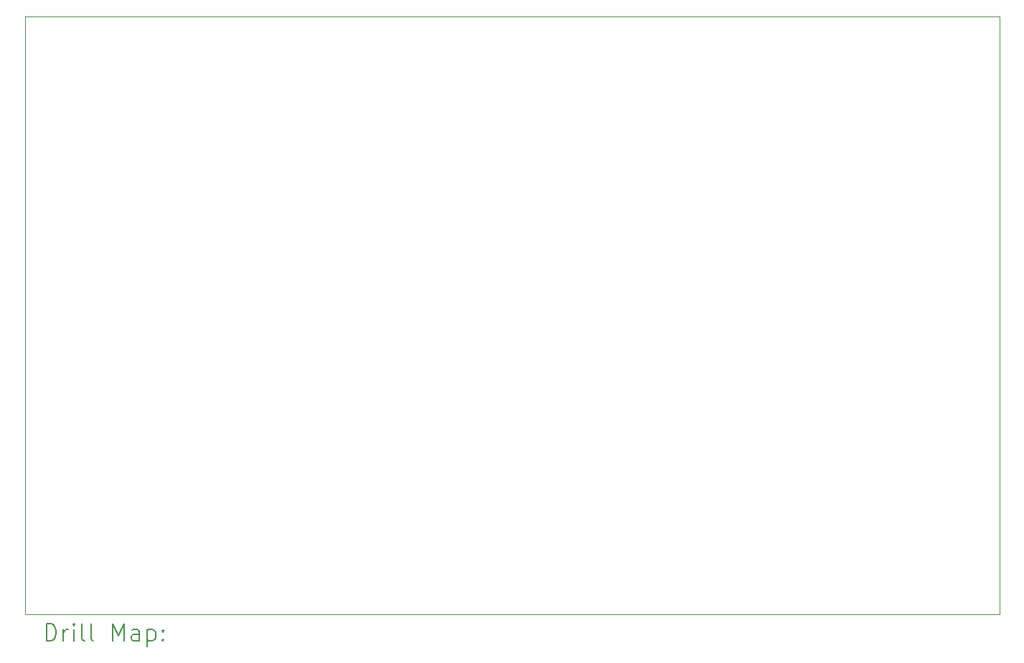
<source format=gbr>
%TF.GenerationSoftware,KiCad,Pcbnew,7.0.6*%
%TF.CreationDate,2023-08-14T12:57:00+02:00*%
%TF.ProjectId,forrasztos,666f7272-6173-47a7-946f-732e6b696361,rev?*%
%TF.SameCoordinates,Original*%
%TF.FileFunction,Drillmap*%
%TF.FilePolarity,Positive*%
%FSLAX45Y45*%
G04 Gerber Fmt 4.5, Leading zero omitted, Abs format (unit mm)*
G04 Created by KiCad (PCBNEW 7.0.6) date 2023-08-14 12:57:00*
%MOMM*%
%LPD*%
G01*
G04 APERTURE LIST*
%ADD10C,0.100000*%
%ADD11C,0.200000*%
G04 APERTURE END LIST*
D10*
X9320000Y-6270000D02*
X20820000Y-6270000D01*
X9320000Y-6270000D02*
X9320000Y-13330000D01*
X20820000Y-13330000D02*
X20820000Y-6270000D01*
X9320000Y-13330000D02*
X20820000Y-13330000D01*
D11*
X9575777Y-13646484D02*
X9575777Y-13446484D01*
X9575777Y-13446484D02*
X9623396Y-13446484D01*
X9623396Y-13446484D02*
X9651967Y-13456008D01*
X9651967Y-13456008D02*
X9671015Y-13475055D01*
X9671015Y-13475055D02*
X9680539Y-13494103D01*
X9680539Y-13494103D02*
X9690063Y-13532198D01*
X9690063Y-13532198D02*
X9690063Y-13560769D01*
X9690063Y-13560769D02*
X9680539Y-13598865D01*
X9680539Y-13598865D02*
X9671015Y-13617912D01*
X9671015Y-13617912D02*
X9651967Y-13636960D01*
X9651967Y-13636960D02*
X9623396Y-13646484D01*
X9623396Y-13646484D02*
X9575777Y-13646484D01*
X9775777Y-13646484D02*
X9775777Y-13513150D01*
X9775777Y-13551246D02*
X9785301Y-13532198D01*
X9785301Y-13532198D02*
X9794824Y-13522674D01*
X9794824Y-13522674D02*
X9813872Y-13513150D01*
X9813872Y-13513150D02*
X9832920Y-13513150D01*
X9899586Y-13646484D02*
X9899586Y-13513150D01*
X9899586Y-13446484D02*
X9890063Y-13456008D01*
X9890063Y-13456008D02*
X9899586Y-13465531D01*
X9899586Y-13465531D02*
X9909110Y-13456008D01*
X9909110Y-13456008D02*
X9899586Y-13446484D01*
X9899586Y-13446484D02*
X9899586Y-13465531D01*
X10023396Y-13646484D02*
X10004348Y-13636960D01*
X10004348Y-13636960D02*
X9994824Y-13617912D01*
X9994824Y-13617912D02*
X9994824Y-13446484D01*
X10128158Y-13646484D02*
X10109110Y-13636960D01*
X10109110Y-13636960D02*
X10099586Y-13617912D01*
X10099586Y-13617912D02*
X10099586Y-13446484D01*
X10356729Y-13646484D02*
X10356729Y-13446484D01*
X10356729Y-13446484D02*
X10423396Y-13589341D01*
X10423396Y-13589341D02*
X10490063Y-13446484D01*
X10490063Y-13446484D02*
X10490063Y-13646484D01*
X10671015Y-13646484D02*
X10671015Y-13541722D01*
X10671015Y-13541722D02*
X10661491Y-13522674D01*
X10661491Y-13522674D02*
X10642444Y-13513150D01*
X10642444Y-13513150D02*
X10604348Y-13513150D01*
X10604348Y-13513150D02*
X10585301Y-13522674D01*
X10671015Y-13636960D02*
X10651967Y-13646484D01*
X10651967Y-13646484D02*
X10604348Y-13646484D01*
X10604348Y-13646484D02*
X10585301Y-13636960D01*
X10585301Y-13636960D02*
X10575777Y-13617912D01*
X10575777Y-13617912D02*
X10575777Y-13598865D01*
X10575777Y-13598865D02*
X10585301Y-13579817D01*
X10585301Y-13579817D02*
X10604348Y-13570293D01*
X10604348Y-13570293D02*
X10651967Y-13570293D01*
X10651967Y-13570293D02*
X10671015Y-13560769D01*
X10766253Y-13513150D02*
X10766253Y-13713150D01*
X10766253Y-13522674D02*
X10785301Y-13513150D01*
X10785301Y-13513150D02*
X10823396Y-13513150D01*
X10823396Y-13513150D02*
X10842444Y-13522674D01*
X10842444Y-13522674D02*
X10851967Y-13532198D01*
X10851967Y-13532198D02*
X10861491Y-13551246D01*
X10861491Y-13551246D02*
X10861491Y-13608388D01*
X10861491Y-13608388D02*
X10851967Y-13627436D01*
X10851967Y-13627436D02*
X10842444Y-13636960D01*
X10842444Y-13636960D02*
X10823396Y-13646484D01*
X10823396Y-13646484D02*
X10785301Y-13646484D01*
X10785301Y-13646484D02*
X10766253Y-13636960D01*
X10947205Y-13627436D02*
X10956729Y-13636960D01*
X10956729Y-13636960D02*
X10947205Y-13646484D01*
X10947205Y-13646484D02*
X10937682Y-13636960D01*
X10937682Y-13636960D02*
X10947205Y-13627436D01*
X10947205Y-13627436D02*
X10947205Y-13646484D01*
X10947205Y-13522674D02*
X10956729Y-13532198D01*
X10956729Y-13532198D02*
X10947205Y-13541722D01*
X10947205Y-13541722D02*
X10937682Y-13532198D01*
X10937682Y-13532198D02*
X10947205Y-13522674D01*
X10947205Y-13522674D02*
X10947205Y-13541722D01*
M02*

</source>
